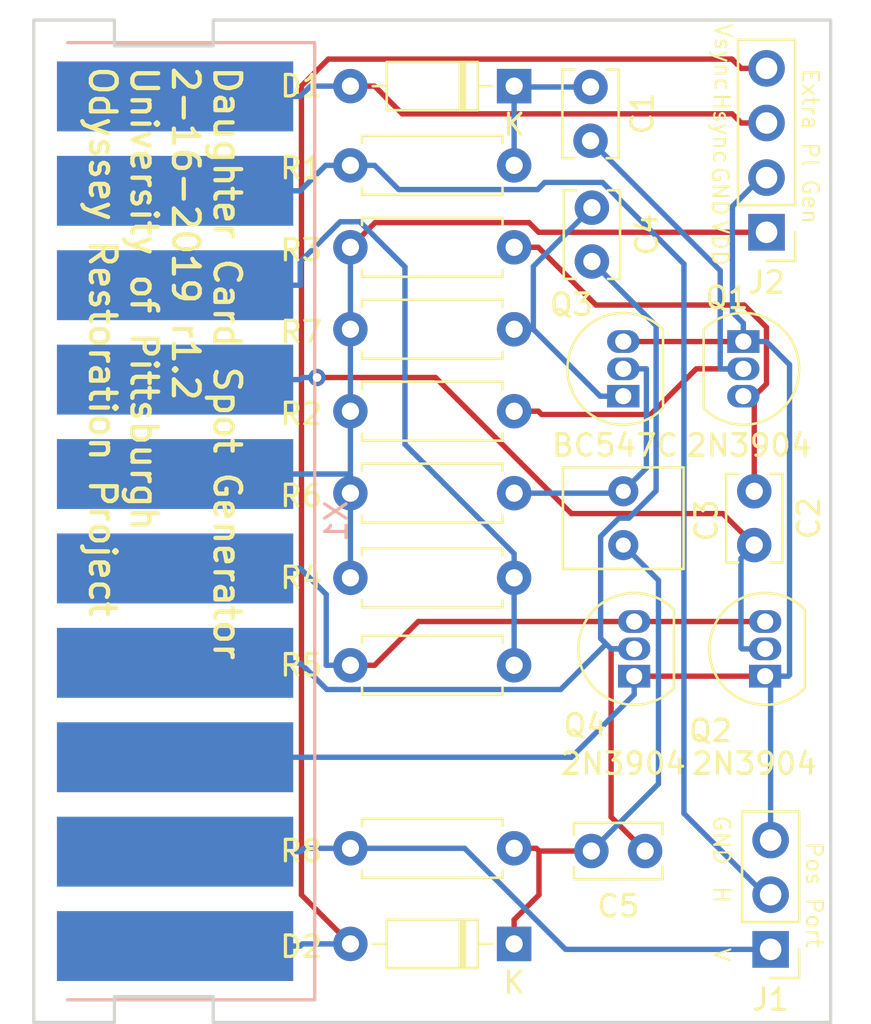
<source format=kicad_pcb>
(kicad_pcb (version 20211014) (generator pcbnew)
  (title_block (title "Odyssey Daughter Card Spot Generator") (date "2019-02-16") (rev "1.2") (company "University of Pittsburgh - Odyssey Restoration Project") (comment 1 "Levi Burner"))
  (layers (0 "F.Cu" signal) (31 "B.Cu" signal) (34 "B.Paste" user) (35 "F.Paste" user) (36 "B.SilkS" user "B.Silkscreen") (37 "F.SilkS" user "F.Silkscreen") (38 "B.Mask" user) (39 "F.Mask" user) (44 "Edge.Cuts" user))
  (net 0 "")
  (net 1 "Net-(C1-Pad1)")
  (net 2 "Net-(C1-Pad2)")
  (net 3 "Net-(C2-Pad2)")
  (net 4 "/Card7")
  (net 5 "Net-(C3-Pad1)")
  (net 6 "Net-(C3-Pad2)")
  (net 7 "Net-(C4-Pad1)")
  (net 8 "/Card4")
  (net 9 "/Card10")
  (net 10 "/Card1")
  (net 11 "GND")
  (net 12 "/Card5")
  (net 13 "/Card9")
  (net 14 "/Card6")
  (net 15 "/Card8")
  (net 16 "/Card2")
  (footprint "Odyssey_Daughter_Card:Odyssey_Daughter_Card" (layer "F.Cu") (at 129 101)
    (fp_text reference "X1" (at 7.5 0 90) (layer "B.SilkS") (effects (justify mirror)))
    (fp_text value "OdysseyDaughterCard")
    (fp_line (start 6.5 -22.25) (end 6.5 22.25) (layer "B.SilkS") (width 0.15))
    (fp_line (start -5 -22.25) (end 6.5 -22.25) (layer "B.SilkS") (width 0.15))
    (fp_line (start 6.5 22.25) (end -5 22.25) (layer "B.SilkS") (width 0.15))
    (pad "1" smd rect locked (at 0 19.749992) (size 11 3.25) (layers "B.Cu" "B.Mask") (net 10 "/Card1"))
    (pad "2" smd rect locked (at 0 15.361104) (size 11 3.25) (layers "B.Cu" "B.Mask") (net 16 "/Card2"))
    (pad "3" smd rect locked (at 0 10.972216) (size 11 3.25) (layers "B.Cu" "B.Mask") (net 11 "GND"))
    (pad "4" smd rect locked (at 0 6.583328) (size 11 3.25) (layers "B.Cu" "B.Mask") (net 8 "/Card4"))
    (pad "5" smd rect locked (at 0 2.19444) (size 11 3.25) (layers "B.Cu" "B.Mask") (net 12 "/Card5"))
    (pad "6" smd rect locked (at 0 -2.194448) (size 11 3.25) (layers "B.Cu" "B.Mask") (net 14 "/Card6"))
    (pad "7" smd rect locked (at 0 -6.583336) (size 11 3.25) (layers "B.Cu" "B.Mask") (net 4 "/Card7"))
    (pad "8" smd rect locked (at 0 -10.972224) (size 11 3.25) (layers "B.Cu" "B.Mask") (net 15 "/Card8"))
    (pad "9" smd rect locked (at 0 -15.361112) (size 11 3.25) (layers "B.Cu" "B.Mask") (net 13 "/Card9"))
    (pad "10" smd rect locked (at 0 -19.75) (size 11 3.25) (layers "B.Cu" "B.Mask") (net 9 "/Card10"))
  )
  (footprint "Capacitor_THT:C_Rect_L4.0mm_W2.5mm_P2.50mm" (layer "F.Cu") (at 148.336 83.312 90)
    (fp_text reference "C1" (at 1.27 2.413 90) (layer "F.SilkS"))
    (fp_text value "1500p")
    (fp_line (start 3.31 -1.31) (end 3.31 -0.75) (layer "F.SilkS") (width 0.12))
    (fp_line (start -0.81 -1.31) (end -0.81 -0.75) (layer "F.SilkS") (width 0.12))
    (fp_line (start -0.81 -1.31) (end 3.31 -1.31) (layer "F.SilkS") (width 0.12))
    (fp_line (start -0.81 0.75) (end -0.81 1.31) (layer "F.SilkS") (width 0.12))
    (fp_line (start 3.31 0.75) (end 3.31 1.31) (layer "F.SilkS") (width 0.12))
    (fp_line (start -0.81 1.31) (end 3.31 1.31) (layer "F.SilkS") (width 0.12))
    (pad "1" thru_hole circle locked (at 0 0 90) (size 1.6 1.6) (drill 0.8) (layers *.Cu *.Mask) (net 1 "Net-(C1-Pad1)"))
    (pad "2" thru_hole circle locked (at 2.5 0 90) (size 1.6 1.6) (drill 0.8) (layers *.Cu *.Mask) (net 2 "Net-(C1-Pad2)"))
  )
  (footprint "Capacitor_THT:C_Rect_L4.0mm_W2.5mm_P2.50mm" (layer "F.Cu") (at 155.956 102.108 90)
    (fp_text reference "C2" (at 1.25 2.54 90) (layer "F.SilkS"))
    (fp_text value "120p")
    (fp_line (start -0.81 -1.31) (end 3.31 -1.31) (layer "F.SilkS") (width 0.12))
    (fp_line (start -0.81 -1.31) (end -0.81 -0.75) (layer "F.SilkS") (width 0.12))
    (fp_line (start -0.81 0.75) (end -0.81 1.31) (layer "F.SilkS") (width 0.12))
    (fp_line (start -0.81 1.31) (end 3.31 1.31) (layer "F.SilkS") (width 0.12))
    (fp_line (start 3.31 -1.31) (end 3.31 -0.75) (layer "F.SilkS") (width 0.12))
    (fp_line (start 3.31 0.75) (end 3.31 1.31) (layer "F.SilkS") (width 0.12))
    (pad "1" thru_hole circle locked (at 0 0 90) (size 1.6 1.6) (drill 0.8) (layers *.Cu *.Mask) (net 4 "/Card7"))
    (pad "2" thru_hole circle locked (at 2.5 0 90) (size 1.6 1.6) (drill 0.8) (layers *.Cu *.Mask) (net 3 "Net-(C2-Pad2)"))
  )
  (footprint "Capacitor_THT:C_Rect_L4.6mm_W5.5mm_P2.50mm_MKS02_FKP02" (layer "F.Cu") (at 149.86 102.108 90)
    (fp_text reference "C3" (at 1.143 3.8735 90) (layer "F.SilkS"))
    (fp_text value "0.15u")
    (fp_line (start -1.11 2.81) (end 3.61 2.81) (layer "F.SilkS") (width 0.12))
    (fp_line (start -1.11 -2.81) (end -1.11 2.81) (layer "F.SilkS") (width 0.12))
    (fp_line (start 3.61 -2.81) (end 3.61 2.81) (layer "F.SilkS") (width 0.12))
    (fp_line (start -1.11 -2.81) (end 3.61 -2.81) (layer "F.SilkS") (width 0.12))
    (pad "1" thru_hole circle locked (at 0 0 90) (size 1.4 1.4) (drill 0.7) (layers *.Cu *.Mask) (net 5 "Net-(C3-Pad1)"))
    (pad "2" thru_hole circle locked (at 2.5 0 90) (size 1.4 1.4) (drill 0.7) (layers *.Cu *.Mask) (net 6 "Net-(C3-Pad2)"))
  )
  (footprint "Capacitor_THT:C_Rect_L4.0mm_W2.5mm_P2.50mm" (layer "F.Cu") (at 148.4 86.4235 -90)
    (fp_text reference "C4" (at 1.25 -2.56 -90) (layer "F.SilkS"))
    (fp_text value "0.1u")
    (fp_line (start -0.81 1.31) (end 3.31 1.31) (layer "F.SilkS") (width 0.12))
    (fp_line (start 3.31 0.75) (end 3.31 1.31) (layer "F.SilkS") (width 0.12))
    (fp_line (start 3.31 -1.31) (end 3.31 -0.75) (layer "F.SilkS") (width 0.12))
    (fp_line (start -0.81 -1.31) (end 3.31 -1.31) (layer "F.SilkS") (width 0.12))
    (fp_line (start -0.81 0.75) (end -0.81 1.31) (layer "F.SilkS") (width 0.12))
    (fp_line (start -0.81 -1.31) (end -0.81 -0.75) (layer "F.SilkS") (width 0.12))
    (pad "1" thru_hole circle locked (at 0 0 270) (size 1.6 1.6) (drill 0.8) (layers *.Cu *.Mask) (net 7 "Net-(C4-Pad1)"))
    (pad "2" thru_hole circle locked (at 2.5 0 270) (size 1.6 1.6) (drill 0.8) (layers *.Cu *.Mask) (net 8 "/Card4"))
  )
  (footprint "Capacitor_THT:C_Rect_L4.0mm_W2.5mm_P2.50mm" (layer "F.Cu") (at 150.876 116.332 180)
    (fp_text reference "C5" (at 1.25 -2.56 180) (layer "F.SilkS"))
    (fp_text value "0.01u")
    (fp_line (start 3.31 -1.31) (end 3.31 -0.75) (layer "F.SilkS") (width 0.12))
    (fp_line (start -0.81 -1.31) (end 3.31 -1.31) (layer "F.SilkS") (width 0.12))
    (fp_line (start -0.81 0.75) (end -0.81 1.31) (layer "F.SilkS") (width 0.12))
    (fp_line (start -0.81 1.31) (end 3.31 1.31) (layer "F.SilkS") (width 0.12))
    (fp_line (start -0.81 -1.31) (end -0.81 -0.75) (layer "F.SilkS") (width 0.12))
    (fp_line (start 3.31 0.75) (end 3.31 1.31) (layer "F.SilkS") (width 0.12))
    (pad "1" thru_hole circle locked (at 0 0 180) (size 1.6 1.6) (drill 0.8) (layers *.Cu *.Mask) (net 8 "/Card4"))
    (pad "2" thru_hole circle locked (at 2.5 0 180) (size 1.6 1.6) (drill 0.8) (layers *.Cu *.Mask) (net 5 "Net-(C3-Pad1)"))
  )
  (footprint "Diode_THT:D_DO-35_SOD27_P7.62mm_Horizontal" (layer "F.Cu") (at 144.78 80.772 180)
    (fp_text reference "D1" (at 9.906 0 180) (layer "F.SilkS"))
    (fp_text value "1N4448")
    (fp_text user "K" (at 0 -1.8 180) (layer "F.SilkS"))
    (fp_line (start 2.29 -1.12) (end 2.29 1.12) (layer "F.SilkS") (width 0.12))
    (fp_line (start 1.04 0) (end 1.69 0) (layer "F.SilkS") (width 0.12))
    (fp_line (start 5.93 1.12) (end 5.93 -1.12) (layer "F.SilkS") (width 0.12))
    (fp_line (start 1.69 -1.12) (end 1.69 1.12) (layer "F.SilkS") (width 0.12))
    (fp_line (start 6.58 0) (end 5.93 0) (layer "F.SilkS") (width 0.12))
    (fp_line (start 2.41 -1.12) (end 2.41 1.12) (layer "F.SilkS") (width 0.12))
    (fp_line (start 1.69 1.12) (end 5.93 1.12) (layer "F.SilkS") (width 0.12))
    (fp_line (start 2.53 -1.12) (end 2.53 1.12) (layer "F.SilkS") (width 0.12))
    (fp_line (start 5.93 -1.12) (end 1.69 -1.12) (layer "F.SilkS") (width 0.12))
    (pad "1" thru_hole rect locked (at 0 0 180) (size 1.6 1.6) (drill 0.8) (layers *.Cu *.Mask) (net 2 "Net-(C1-Pad2)"))
    (pad "2" thru_hole oval locked (at 7.62 0 180) (size 1.6 1.6) (drill 0.8) (layers *.Cu *.Mask) (net 9 "/Card10"))
  )
  (footprint "Diode_THT:D_DO-35_SOD27_P7.62mm_Horizontal" (layer "F.Cu") (at 144.78 120.65 180)
    (fp_text reference "D2" (at 9.906 -0.127 180) (layer "F.SilkS"))
    (fp_text value "1N4448")
    (fp_text user "K" (at 0 -1.8 180) (layer "F.SilkS"))
    (fp_line (start 5.93 -1.12) (end 1.69 -1.12) (layer "F.SilkS") (width 0.12))
    (fp_line (start 2.41 -1.12) (end 2.41 1.12) (layer "F.SilkS") (width 0.12))
    (fp_line (start 1.04 0) (end 1.69 0) (layer "F.SilkS") (width 0.12))
    (fp_line (start 5.93 1.12) (end 5.93 -1.12) (layer "F.SilkS") (width 0.12))
    (fp_line (start 2.29 -1.12) (end 2.29 1.12) (layer "F.SilkS") (width 0.12))
    (fp_line (start 1.69 -1.12) (end 1.69 1.12) (layer "F.SilkS") (width 0.12))
    (fp_line (start 6.58 0) (end 5.93 0) (layer "F.SilkS") (width 0.12))
    (fp_line (start 1.69 1.12) (end 5.93 1.12) (layer "F.SilkS") (width 0.12))
    (fp_line (start 2.53 -1.12) (end 2.53 1.12) (layer "F.SilkS") (width 0.12))
    (pad "1" thru_hole rect locked (at 0 0 180) (size 1.6 1.6) (drill 0.8) (layers *.Cu *.Mask) (net 5 "Net-(C3-Pad1)"))
    (pad "2" thru_hole oval locked (at 7.62 0 180) (size 1.6 1.6) (drill 0.8) (layers *.Cu *.Mask) (net 10 "/Card1"))
  )
  (footprint "Package_TO_SOT_THT:TO-92_Inline" (layer "F.Cu") (at 155.448 92.6465 -90)
    (fp_text reference "Q1" (at -2.032 0.762) (layer "F.SilkS"))
    (fp_text value "2N3904" (at 4.826 -0.254) (layer "F.SilkS"))
    (fp_line (start -0.53 1.85) (end 3.07 1.85) (layer "F.SilkS") (width 0.12))
    (fp_arc (start -0.568478 1.838478) (mid -1.132087 -0.994977) (end 1.27 -2.6) (layer "F.SilkS") (width 0.12))
    (fp_arc (start 1.27 -2.6) (mid 3.672087 -0.994977) (end 3.108478 1.838478) (layer "F.SilkS") (width 0.12))
    (pad "1" thru_hole rect locked (at 0 0 270) (size 1.05 1.5) (drill 0.75) (layers *.Cu *.Mask) (net 11 "GND"))
    (pad "2" thru_hole oval locked (at 1.27 0 270) (size 1.05 1.5) (drill 0.75) (layers *.Cu *.Mask) (net 1 "Net-(C1-Pad1)"))
    (pad "3" thru_hole oval locked (at 2.54 0 270) (size 1.05 1.5) (drill 0.75) (layers *.Cu *.Mask) (net 3 "Net-(C2-Pad2)"))
  )
  (footprint "Package_TO_SOT_THT:TO-92_Inline" (layer "F.Cu") (at 156.464 108.204 90)
    (fp_text reference "Q2" (at -2.54 -2.54 180) (layer "F.SilkS"))
    (fp_text value "2N3904" (at -4.064 -0.508 180) (layer "F.SilkS"))
    (fp_line (start -0.53 1.85) (end 3.07 1.85) (layer "F.SilkS") (width 0.12))
    (fp_arc (start 1.27 -2.6) (mid 3.672087 -0.994977) (end 3.108478 1.838478) (layer "F.SilkS") (width 0.12))
    (fp_arc (start -0.568478 1.838478) (mid -1.132087 -0.994977) (end 1.27 -2.6) (layer "F.SilkS") (width 0.12))
    (pad "1" thru_hole rect locked (at 0 0 90) (size 1.05 1.5) (drill 0.75) (layers *.Cu *.Mask) (net 11 "GND"))
    (pad "2" thru_hole oval locked (at 1.27 0 90) (size 1.05 1.5) (drill 0.75) (layers *.Cu *.Mask) (net 4 "/Card7"))
    (pad "3" thru_hole oval locked (at 2.54 0 90) (size 1.05 1.5) (drill 0.75) (layers *.Cu *.Mask) (net 12 "/Card5"))
  )
  (footprint "Package_TO_SOT_THT:TO-92_Inline" (layer "F.Cu") (at 149.86 95.1865 90)
    (fp_text reference "Q3" (at 4.2545 -2.413 180) (layer "F.SilkS"))
    (fp_text value "BC547C" (at -2.286 -0.381 180) (layer "F.SilkS"))
    (fp_line (start -0.53 1.85) (end 3.07 1.85) (layer "F.SilkS") (width 0.12))
    (fp_arc (start 1.27 -2.6) (mid 3.672087 -0.994977) (end 3.108478 1.838478) (layer "F.SilkS") (width 0.12))
    (fp_arc (start -0.568478 1.838478) (mid -1.132087 -0.994977) (end 1.27 -2.6) (layer "F.SilkS") (width 0.12))
    (pad "1" thru_hole rect locked (at 0 0 90) (size 1.05 1.5) (drill 0.75) (layers *.Cu *.Mask) (net 7 "Net-(C4-Pad1)"))
    (pad "2" thru_hole oval locked (at 1.27 0 90) (size 1.05 1.5) (drill 0.75) (layers *.Cu *.Mask) (net 6 "Net-(C3-Pad2)"))
    (pad "3" thru_hole oval locked (at 2.54 0 90) (size 1.05 1.5) (drill 0.75) (layers *.Cu *.Mask) (net 11 "GND"))
  )
  (footprint "Resistor_THT:R_Axial_DIN0207_L6.3mm_D2.5mm_P7.62mm_Horizontal" (layer "F.Cu") (at 144.78 84.455 180)
    (fp_text reference "R1" (at 9.906 -0.127 180) (layer "F.SilkS"))
    (fp_text value "10k")
    (fp_line (start 0.54 -1.37) (end 7.08 -1.37) (layer "F.SilkS") (width 0.12))
    (fp_line (start 0.54 1.37) (end 7.08 1.37) (layer "F.SilkS") (width 0.12))
    (fp_line (start 0.54 -1.04) (end 0.54 -1.37) (layer "F.SilkS") (width 0.12))
    (fp_line (start 0.54 1.04) (end 0.54 1.37) (layer "F.SilkS") (width 0.12))
    (fp_line (start 7.08 1.37) (end 7.08 1.04) (layer "F.SilkS") (width 0.12))
    (fp_line (start 7.08 -1.37) (end 7.08 -1.04) (layer "F.SilkS") (width 0.12))
    (pad "1" thru_hole circle locked (at 0 0 180) (size 1.6 1.6) (drill 0.8) (layers *.Cu *.Mask) (net 2 "Net-(C1-Pad2)"))
    (pad "2" thru_hole oval locked (at 7.62 0 180) (size 1.6 1.6) (drill 0.8) (layers *.Cu *.Mask) (net 13 "/Card9"))
  )
  (footprint "Resistor_THT:R_Axial_DIN0207_L6.3mm_D2.5mm_P7.62mm_Horizontal" (layer "F.Cu") (at 137.16 95.885)
    (fp_text reference "R2" (at -2.286 0.127) (layer "F.SilkS"))
    (fp_text value "100K")
    (fp_line (start 0.54 -1.04) (end 0.54 -1.37) (layer "F.SilkS") (width 0.12))
    (fp_line (start 7.08 1.37) (end 7.08 1.04) (layer "F.SilkS") (width 0.12))
    (fp_line (start 7.08 -1.37) (end 7.08 -1.04) (layer "F.SilkS") (width 0.12))
    (fp_line (start 0.54 1.04) (end 0.54 1.37) (layer "F.SilkS") (width 0.12))
    (fp_line (start 0.54 1.37) (end 7.08 1.37) (layer "F.SilkS") (width 0.12))
    (fp_line (start 0.54 -1.37) (end 7.08 -1.37) (layer "F.SilkS") (width 0.12))
    (pad "1" thru_hole circle locked (at 0 0) (size 1.6 1.6) (drill 0.8) (layers *.Cu *.Mask) (net 14 "/Card6"))
    (pad "2" thru_hole oval locked (at 7.62 0) (size 1.6 1.6) (drill 0.8) (layers *.Cu *.Mask) (net 1 "Net-(C1-Pad1)"))
  )
  (footprint "Resistor_THT:R_Axial_DIN0207_L6.3mm_D2.5mm_P7.62mm_Horizontal" (layer "F.Cu") (at 137.16 88.265)
    (fp_text reference "R3" (at -2.286 0.127) (layer "F.SilkS"))
    (fp_text value "10k")
    (fp_line (start 0.54 -1.04) (end 0.54 -1.37) (layer "F.SilkS") (width 0.12))
    (fp_line (start 7.08 -1.37) (end 7.08 -1.04) (layer "F.SilkS") (width 0.12))
    (fp_line (start 0.54 1.04) (end 0.54 1.37) (layer "F.SilkS") (width 0.12))
    (fp_line (start 0.54 -1.37) (end 7.08 -1.37) (layer "F.SilkS") (width 0.12))
    (fp_line (start 7.08 1.37) (end 7.08 1.04) (layer "F.SilkS") (width 0.12))
    (fp_line (start 0.54 1.37) (end 7.08 1.37) (layer "F.SilkS") (width 0.12))
    (pad "1" thru_hole circle locked (at 0 0) (size 1.6 1.6) (drill 0.8) (layers *.Cu *.Mask) (net 14 "/Card6"))
    (pad "2" thru_hole oval locked (at 7.62 0) (size 1.6 1.6) (drill 0.8) (layers *.Cu *.Mask) (net 3 "Net-(C2-Pad2)"))
  )
  (footprint "Resistor_THT:R_Axial_DIN0207_L6.3mm_D2.5mm_P7.62mm_Horizontal" (layer "F.Cu") (at 137.16 103.632)
    (fp_text reference "R4" (at -2.286 0) (layer "F.SilkS"))
    (fp_text value "2.2k")
    (fp_line (start 7.08 1.37) (end 7.08 1.04) (layer "F.SilkS") (width 0.12))
    (fp_line (start 0.54 -1.37) (end 7.08 -1.37) (layer "F.SilkS") (width 0.12))
    (fp_line (start 7.08 -1.37) (end 7.08 -1.04) (layer "F.SilkS") (width 0.12))
    (fp_line (start 0.54 -1.04) (end 0.54 -1.37) (layer "F.SilkS") (width 0.12))
    (fp_line (start 0.54 1.37) (end 7.08 1.37) (layer "F.SilkS") (width 0.12))
    (fp_line (start 0.54 1.04) (end 0.54 1.37) (layer "F.SilkS") (width 0.12))
    (pad "1" thru_hole circle locked (at 0 0) (size 1.6 1.6) (drill 0.8) (layers *.Cu *.Mask) (net 14 "/Card6"))
    (pad "2" thru_hole oval locked (at 7.62 0) (size 1.6 1.6) (drill 0.8) (layers *.Cu *.Mask) (net 15 "/Card8"))
  )
  (footprint "Resistor_THT:R_Axial_DIN0207_L6.3mm_D2.5mm_P7.62mm_Horizontal" (layer "F.Cu") (at 144.78 107.696 180)
    (fp_text reference "R5" (at 9.906 0 180) (layer "F.SilkS"))
    (fp_text value "10k")
    (fp_line (start 0.54 1.04) (end 0.54 1.37) (layer "F.SilkS") (width 0.12))
    (fp_line (start 7.08 1.37) (end 7.08 1.04) (layer "F.SilkS") (width 0.12))
    (fp_line (start 0.54 -1.37) (end 7.08 -1.37) (layer "F.SilkS") (width 0.12))
    (fp_line (start 0.54 -1.04) (end 0.54 -1.37) (layer "F.SilkS") (width 0.12))
    (fp_line (start 7.08 -1.37) (end 7.08 -1.04) (layer "F.SilkS") (width 0.12))
    (fp_line (start 0.54 1.37) (end 7.08 1.37) (layer "F.SilkS") (width 0.12))
    (pad "1" thru_hole circle locked (at 0 0 180) (size 1.6 1.6) (drill 0.8) (layers *.Cu *.Mask) (net 15 "/Card8"))
    (pad "2" thru_hole oval locked (at 7.62 0 180) (size 1.6 1.6) (drill 0.8) (layers *.Cu *.Mask) (net 12 "/Card5"))
  )
  (footprint "Resistor_THT:R_Axial_DIN0207_L6.3mm_D2.5mm_P7.62mm_Horizontal" (layer "F.Cu") (at 144.78 99.695 180)
    (fp_text reference "R6" (at 9.906 -0.127 180) (layer "F.SilkS"))
    (fp_text value "270K")
    (fp_line (start 0.54 1.37) (end 7.08 1.37) (layer "F.SilkS") (width 0.12))
    (fp_line (start 7.08 1.37) (end 7.08 1.04) (layer "F.SilkS") (width 0.12))
    (fp_line (start 0.54 -1.37) (end 7.08 -1.37) (layer "F.SilkS") (width 0.12))
    (fp_line (start 0.54 1.04) (end 0.54 1.37) (layer "F.SilkS") (width 0.12))
    (fp_line (start 0.54 -1.04) (end 0.54 -1.37) (layer "F.SilkS") (width 0.12))
    (fp_line (start 7.08 -1.37) (end 7.08 -1.04) (layer "F.SilkS") (width 0.12))
    (pad "1" thru_hole circle locked (at 0 0 180) (size 1.6 1.6) (drill 0.8) (layers *.Cu *.Mask) (net 6 "Net-(C3-Pad2)"))
    (pad "2" thru_hole oval locked (at 7.62 0 180) (size 1.6 1.6) (drill 0.8) (layers *.Cu *.Mask) (net 14 "/Card6"))
  )
  (footprint "Resistor_THT:R_Axial_DIN0207_L6.3mm_D2.5mm_P7.62mm_Horizontal" (layer "F.Cu") (at 144.78 92.075 180)
    (fp_text reference "R7" (at 9.906 -0.127 180) (layer "F.SilkS"))
    (fp_text value "10k")
    (fp_line (start 0.54 1.04) (end 0.54 1.37) (layer "F.SilkS") (width 0.12))
    (fp_line (start 7.08 -1.37) (end 7.08 -1.04) (layer "F.SilkS") (width 0.12))
    (fp_line (start 0.54 -1.37) (end 7.08 -1.37) (layer "F.SilkS") (width 0.12))
    (fp_line (start 0.54 1.37) (end 7.08 1.37) (layer "F.SilkS") (width 0.12))
    (fp_line (start 7.08 1.37) (end 7.08 1.04) (layer "F.SilkS") (width 0.12))
    (fp_line (start 0.54 -1.04) (end 0.54 -1.37) (layer "F.SilkS") (width 0.12))
    (pad "1" thru_hole circle locked (at 0 0 180) (size 1.6 1.6) (drill 0.8) (layers *.Cu *.Mask) (net 7 "Net-(C4-Pad1)"))
    (pad "2" thru_hole oval locked (at 7.62 0 180) (size 1.6 1.6) (drill 0.8) (layers *.Cu *.Mask) (net 14 "/Card6"))
  )
  (footprint "Resistor_THT:R_Axial_DIN0207_L6.3mm_D2.5mm_P7.62mm_Horizontal" (layer "F.Cu") (at 144.78 116.205 180)
    (fp_text reference "R8" (at 9.906 -0.127 180) (layer "F.SilkS"))
    (fp_text value "10k")
    (fp_line (start 7.08 1.37) (end 7.08 1.04) (layer "F.SilkS") (width 0.12))
    (fp_line (start 0.54 -1.04) (end 0.54 -1.37) (layer "F.SilkS") (width 0.12))
    (fp_line (start 0.54 1.37) (end 7.08 1.37) (layer "F.SilkS") (width 0.12))
    (fp_line (start 7.08 -1.37) (end 7.08 -1.04) (layer "F.SilkS") (width 0.12))
    (fp_line (start 0.54 -1.37) (end 7.08 -1.37) (layer "F.SilkS") (width 0.12))
    (fp_line (start 0.54 1.04) (end 0.54 1.37) (layer "F.SilkS") (width 0.12))
    (pad "1" thru_hole circle locked (at 0 0 180) (size 1.6 1.6) (drill 0.8) (layers *.Cu *.Mask) (net 5 "Net-(C3-Pad1)"))
    (pad "2" thru_hole oval locked (at 7.62 0 180) (size 1.6 1.6) (drill 0.8) (layers *.Cu *.Mask) (net 16 "/Card2"))
  )
  (footprint "Package_TO_SOT_THT:TO-92_Inline" (layer "F.Cu") (at 150.368 108.204 90)
    (fp_text reference "Q4" (at -2.286 -2.286 180) (layer "F.SilkS"))
    (fp_text value "2N3904" (at -4.064 -0.508) (layer "F.SilkS"))
    (fp_line (start -0.53 1.85) (end 3.07 1.85) (layer "F.SilkS") (width 0.12))
    (fp_arc (start 1.27 -2.6) (mid 3.672087 -0.994977) (end 3.108478 1.838478) (layer "F.SilkS") (width 0.12))
    (fp_arc (start -0.568478 1.838478) (mid -1.132087 -0.994977) (end 1.27 -2.6) (layer "F.SilkS") (width 0.12))
    (pad "1" thru_hole rect locked (at 0 0 90) (size 1.05 1.5) (drill 0.75) (layers *.Cu *.Mask) (net 11 "GND"))
    (pad "2" thru_hole oval locked (at 1.27 0 90) (size 1.05 1.5) (drill 0.75) (layers *.Cu *.Mask) (net 8 "/Card4"))
    (pad "3" thru_hole oval locked (at 2.54 0 90) (size 1.05 1.5) (drill 0.75) (layers *.Cu *.Mask) (net 12 "/Card5"))
  )
  (footprint "Connector_PinHeader_2.54mm:PinHeader_1x03_P2.54mm_Vertical" (layer "F.Cu") (at 156.718 120.904 180)
    (fp_text reference "J1" (at 0 -2.33 180) (layer "F.SilkS"))
    (fp_text value "Conn_01x03")
    (fp_line (start -1.33 -1.33) (end 0 -1.33) (layer "F.SilkS") (width 0.12))
    (fp_line (start -1.33 0) (end -1.33 -1.33) (layer "F.SilkS") (width 0.12))
    (fp_line (start -1.33 1.27) (end 1.33 1.27) (layer "F.SilkS") (width 0.12))
    (fp_line (start 1.33 1.27) (end 1.33 6.41) (layer "F.SilkS") (width 0.12))
    (fp_line (start -1.33 6.41) (end 1.33 6.41) (layer "F.SilkS") (width 0.12))
    (fp_line (start -1.33 1.27) (end -1.33 6.41) (layer "F.SilkS") (width 0.12))
    (pad "1" thru_hole rect locked (at 0 0 180) (size 1.7 1.7) (drill 1) (layers *.Cu *.Mask) (net 16 "/Card2"))
    (pad "2" thru_hole oval locked (at 0 2.54 180) (size 1.7 1.7) (drill 1) (layers *.Cu *.Mask) (net 13 "/Card9"))
    (pad "3" thru_hole oval locked (at 0 5.08 180) (size 1.7 1.7) (drill 1) (layers *.Cu *.Mask) (net 11 "GND"))
  )
  (footprint "Connector_PinHeader_2.54mm:PinHeader_1x04_P2.54mm_Vertical" (layer "F.Cu") (at 156.528 87.5665 180)
    (fp_text reference "J2" (at 0 -2.33 180) (layer "F.SilkS"))
    (fp_text value "Conn_01x04")
    (fp_line (start -1.33 0) (end -1.33 -1.33) (layer "F.SilkS") (width 0.12))
    (fp_line (start -1.33 8.95) (end 1.33 8.95) (layer "F.SilkS") (width 0.12))
    (fp_line (start -1.33 -1.33) (end 0 -1.33) (layer "F.SilkS") (width 0.12))
    (fp_line (start 1.33 1.27) (end 1.33 8.95) (layer "F.SilkS") (width 0.12))
    (fp_line (start -1.33 1.27) (end -1.33 8.95) (layer "F.SilkS") (width 0.12))
    (fp_line (start -1.33 1.27) (end 1.33 1.27) (layer "F.SilkS") (width 0.12))
    (pad "1" thru_hole rect locked (at 0 0 180) (size 1.7 1.7) (drill 1) (layers *.Cu *.Mask) (net 14 "/Card6"))
    (pad "2" thru_hole oval locked (at 0 2.54 180) (size 1.7 1.7) (drill 1) (layers *.Cu *.Mask) (net 11 "GND"))
    (pad "3" thru_hole oval locked (at 0 5.08 180) (size 1.7 1.7) (drill 1) (layers *.Cu *.Mask) (net 9 "/Card10"))
    (pad "4" thru_hole oval locked (at 0 7.62 180) (size 1.7 1.7) (drill 1) (layers *.Cu *.Mask) (net 10 "/Card1"))
  )
  (gr_line (start 126.175 78.9) (end 126.175 77.7) (layer "Edge.Cuts") (width 0.15))
  (gr_line (start 130.775 124.3) (end 159.512 124.3) (layer "Edge.Cuts") (width 0.15))
  (gr_line (start 126.175 123.1) (end 130.775 123.1) (layer "Edge.Cuts") (width 0.15))
  (gr_line (start 130.775 77.7) (end 130.775 78.9) (layer "Edge.Cuts") (width 0.15))
  (gr_line (start 159.512 77.7) (end 159.512 124.3) (layer "Edge.Cuts") (width 0.15))
  (gr_line (start 122.425 124.3) (end 126.175 124.3) (layer "Edge.Cuts") (width 0.15))
  (gr_line (start 126.175 77.7) (end 122.425 77.7) (layer "Edge.Cuts") (width 0.15))
  (gr_line (start 122.425 124.3) (end 122.425 77.7) (layer "Edge.Cuts") (width 0.15))
  (gr_line (start 159.512 77.7) (end 130.775 77.7) (layer "Edge.Cuts") (width 0.15))
  (gr_line (start 130.775 78.9) (end 126.175 78.9) (layer "Edge.Cuts") (width 0.15))
  (gr_line (start 130.775 123.1) (end 130.775 124.3) (layer "Edge.Cuts") (width 0.15))
  (gr_line (start 126.175 124.3) (end 126.175 123.1) (layer "Edge.Cuts") (width 0.15))
  (gr_text "GND" (at 154.432 115.824 270) (layer "F.SilkS") (effects (font (size 0.75 0.75) (thickness 0.1))))
  (gr_text "V" (at 154.432 121.158 270) (layer "F.SilkS") (effects (font (size 0.75 0.75) (thickness 0.1))))
  (gr_text "Extra Pl Gen" (at 158.5595 83.566 270) (layer "F.SilkS") (effects (font (size 0.75 0.75) (thickness 0.1))))
  (gr_text "Vsync" (at 154.4955 79.4385 270) (layer "F.SilkS") (effects (font (size 0.75 0.75) (thickness 0.1))))
  (gr_text "Hsync" (at 154.432 82.7405 270) (layer "F.SilkS") (effects (font (size 0.75 0.75) (thickness 0.1))))
  (gr_text "GND" (at 154.3685 85.6615 270) (layer "F.SilkS") (effects (font (size 0.75 0.75) (thickness 0.1))))
  (gr_text "VDD" (at 154.3685 88.0745 270) (layer "F.SilkS") (effects (font (size 0.75 0.75) (thickness 0.1))))
  (gr_text "Daughter Card Spot Generator\n2-16-2019 r1.2\nUniversity of Pittsburgh\nOdyssey Restoration Project" (at 128.524 79.756 -90) (layer "F.SilkS") (effects (font (size 1.2 1.2) (thickness 0.2)) (justify left)))
  (gr_text "H" (at 154.432 118.364 270) (layer "F.SilkS") (effects (font (size 0.75 0.75) (thickness 0.1))))
  (gr_text "Pos Port" (at 158.75 118.364 270) (layer "F.SilkS") (effects (font (size 0.75 0.75) (thickness 0.1))))
  (segment (start 153.2567 93.9165) (end 155.448 93.9165) (width 0.25) (layer "F.Cu") (net 1))
  (segment (start 151.1364 96.0368) (end 153.2567 93.9165) (width 0.25) (layer "F.Cu") (net 1))
  (segment (start 146.0571 96.0368) (end 151.1364 96.0368) (width 0.25) (layer "F.Cu") (net 1))
  (segment (start 144.78 95.885) (end 145.9053 95.885) (width 0.25) (layer "F.Cu") (net 1))
  (segment (start 145.9053 95.885) (end 146.0571 96.0368) (width 0.25) (layer "F.Cu") (net 1))
  (segment (start 155.448 93.9165) (end 154.3727 93.9165) (width 0.25) (layer "B.Cu") (net 1))
  (segment (start 154.3727 89.3487) (end 148.336 83.312) (width 0.25) (layer "B.Cu") (net 1))
  (segment (start 154.3727 93.9165) (end 154.3727 89.3487) (width 0.25) (layer "B.Cu") (net 1))
  (segment (start 144.78 80.812) (end 148.336 80.812) (width 0.25) (layer "B.Cu") (net 2))
  (segment (start 144.78 84.455) (end 144.78 80.812) (width 0.25) (layer "B.Cu") (net 2))
  (segment (start 144.78 80.812) (end 144.78 80.772) (width 0.25) (layer "B.Cu") (net 2))
  (segment (start 155.956 95.1865) (end 156.5234 94.6191) (width 0.25) (layer "F.Cu") (net 3))
  (segment (start 155.956 99.608) (end 155.956 95.1865) (width 0.25) (layer "F.Cu") (net 3))
  (segment (start 144.78 88.265) (end 145.9053 88.265) (width 0.25) (layer "F.Cu") (net 3))
  (segment (start 155.487 90.9496) (end 148.5899 90.9496) (width 0.25) (layer "F.Cu") (net 3))
  (segment (start 155.448 95.1865) (end 155.956 95.1865) (width 0.25) (layer "F.Cu") (net 3))
  (segment (start 156.5234 91.986) (end 155.487 90.9496) (width 0.25) (layer "F.Cu") (net 3))
  (segment (start 148.5899 90.9496) (end 145.9053 88.265) (width 0.25) (layer "F.Cu") (net 3))
  (segment (start 156.5234 94.6191) (end 156.5234 91.986) (width 0.25) (layer "F.Cu") (net 3))
  (segment (start 154.4913 100.6433) (end 147.4442 100.6433) (width 0.25) (layer "F.Cu") (net 4))
  (segment (start 147.4442 100.6433) (end 141.1192 94.3183) (width 0.25) (layer "F.Cu") (net 4))
  (segment (start 141.1192 94.3183) (end 135.606 94.3183) (width 0.25) (layer "F.Cu") (net 4))
  (segment (start 155.956 102.108) (end 154.4913 100.6433) (width 0.25) (layer "F.Cu") (net 4))
  (via (at 135.606 94.3183) (size 0.8) (drill 0.4) (layers "F.Cu" "B.Cu") (net 4))
  (segment (start 129 94.4167) (end 134.825 94.4167) (width 0.25) (layer "B.Cu") (net 4))
  (segment (start 134.825 94.4167) (end 134.924 94.3183) (width 0.25) (layer "B.Cu") (net 4))
  (segment (start 155.3383 106.8833) (end 155.3383 102.7257) (width 0.25) (layer "B.Cu") (net 4))
  (segment (start 134.924 94.3183) (end 135.606 94.3183) (width 0.25) (layer "B.Cu") (net 4))
  (segment (start 155.389 106.934) (end 155.3383 106.8833) (width 0.25) (layer "B.Cu") (net 4))
  (segment (start 155.3383 102.7257) (end 155.956 102.108) (width 0.25) (layer "B.Cu") (net 4))
  (segment (start 156.464 106.934) (end 155.389 106.934) (width 0.25) (layer "B.Cu") (net 4))
  (segment (start 144.78 116.205) (end 145.81 116.205) (width 0.25) (layer "F.Cu") (net 5))
  (segment (start 145.81 116.205) (end 145.937 116.332) (width 0.25) (layer "F.Cu") (net 5))
  (segment (start 145.937 118.368) (end 145.937 116.332) (width 0.25) (layer "F.Cu") (net 5))
  (segment (start 145.937 116.332) (end 148.376 116.332) (width 0.25) (layer "F.Cu") (net 5))
  (segment (start 144.78 120.65) (end 144.78 119.525) (width 0.25) (layer "F.Cu") (net 5))
  (segment (start 144.78 119.525) (end 145.937 118.368) (width 0.25) (layer "F.Cu") (net 5))
  (segment (start 151.443 113.265) (end 151.4972 113.2108) (width 0.25) (layer "B.Cu") (net 5))
  (segment (start 151.4972 113.2108) (end 151.4972 103.7452) (width 0.25) (layer "B.Cu") (net 5))
  (segment (start 151.4972 103.7452) (end 149.86 102.108) (width 0.25) (layer "B.Cu") (net 5))
  (segment (start 151.443 113.265) (end 148.376 116.332) (width 0.25) (layer "B.Cu") (net 5))
  (segment (start 144.78 99.695) (end 149.773 99.695) (width 0.25) (layer "B.Cu") (net 6))
  (segment (start 149.86 93.9165) (end 150.9353 93.9165) (width 0.25) (layer "B.Cu") (net 6))
  (segment (start 150.9353 98.5327) (end 149.86 99.608) (width 0.25) (layer "B.Cu") (net 6))
  (segment (start 150.9353 93.9165) (end 150.9353 98.5327) (width 0.25) (layer "B.Cu") (net 6))
  (segment (start 149.773 99.695) (end 149.86 99.608) (width 0.25) (layer "B.Cu") (net 6))
  (segment (start 145.6732 92.075) (end 145.6732 89.1503) (width 0.25) (layer "B.Cu") (net 7))
  (segment (start 149.86 95.1865) (end 148.7847 95.1865) (width 0.25) (layer "B.Cu") (net 7))
  (segment (start 144.78 92.075) (end 145.6732 92.075) (width 0.25) (layer "B.Cu") (net 7))
  (segment (start 145.6732 89.1503) (end 148.4 86.4235) (width 0.25) (layer "B.Cu") (net 7))
  (segment (start 145.6732 92.075) (end 148.7847 95.1865) (width 0.25) (layer "B.Cu") (net 7))
  (segment (start 149.293 106.934) (end 149.293 114.749) (width 0.25) (layer "F.Cu") (net 8))
  (segment (start 150.368 106.934) (end 149.293 106.934) (width 0.25) (layer "F.Cu") (net 8))
  (segment (start 149.293 114.749) (end 150.876 116.332) (width 0.25) (layer "F.Cu") (net 8))
  (segment (start 149.062 106.704) (end 148.947 106.5885) (width 0.25) (layer "B.Cu") (net 8))
  (segment (start 148.947 106.5885) (end 148.832 106.473) (width 0.25) (layer "B.Cu") (net 8))
  (segment (start 129 107.583) (end 129.0003 107.583) (width 0.25) (layer "B.Cu") (net 8))
  (segment (start 150.1164 100.858) (end 151.3881 99.5863) (width 0.25) (layer "B.Cu") (net 8))
  (segment (start 151.3881 99.5863) (end 151.3881 91.9116) (width 0.25) (layer "B.Cu") (net 8))
  (segment (start 149.6549 100.858) (end 150.1164 100.858) (width 0.25) (layer "B.Cu") (net 8))
  (segment (start 151.3881 91.9116) (end 148.4 88.9235) (width 0.25) (layer "B.Cu") (net 8))
  (segment (start 146.945 108.821) (end 149.062 106.704) (width 0.25) (layer "B.Cu") (net 8))
  (segment (start 148.806 106.4475) (end 148.806 101.7069) (width 0.25) (layer "B.Cu") (net 8))
  (segment (start 150.368 106.934) (end 149.293 106.934) (width 0.25) (layer "B.Cu") (net 8))
  (segment (start 129.0003 107.583) (end 129 107.5833) (width 0.25) (layer "B.Cu") (net 8))
  (segment (start 149.293 106.934) (end 149.062 106.704) (width 0.25) (layer "B.Cu") (net 8))
  (segment (start 129.0003 107.583) (end 134.825 107.583) (width 0.25) (layer "B.Cu") (net 8))
  (segment (start 148.806 101.7069) (end 149.6549 100.858) (width 0.25) (layer "B.Cu") (net 8))
  (segment (start 148.947 106.5885) (end 148.806 106.4475) (width 0.25) (layer "B.Cu") (net 8))
  (segment (start 134.825 107.583) (end 136.063 108.821) (width 0.25) (layer "B.Cu") (net 8))
  (segment (start 136.063 108.821) (end 146.945 108.821) (width 0.25) (layer "B.Cu") (net 8))
  (segment (start 137.16 80.772) (end 138.2853 80.772) (width 0.25) (layer "F.Cu") (net 9))
  (segment (start 138.2853 80.772) (end 139.5753 82.062) (width 0.25) (layer "F.Cu") (net 9))
  (segment (start 154.9282 82.062) (end 155.3527 82.4865) (width 0.25) (layer "F.Cu") (net 9))
  (segment (start 139.5753 82.062) (end 154.9282 82.062) (width 0.25) (layer "F.Cu") (net 9))
  (segment (start 156.528 82.4865) (end 155.3527 82.4865) (width 0.25) (layer "F.Cu") (net 9))
  (segment (start 129 81.25) (end 134.825 81.25) (width 0.25) (layer "B.Cu") (net 9))
  (segment (start 135.303 80.772) (end 137.16 80.772) (width 0.25) (layer "B.Cu") (net 9))
  (segment (start 134.825 81.25) (end 135.303 80.772) (width 0.25) (layer "B.Cu") (net 9))
  (segment (start 134.881 118.371) (end 134.881 80.7652) (width 0.25) (layer "F.Cu") (net 10))
  (segment (start 137.16 120.65) (end 134.881 118.371) (width 0.25) (layer "F.Cu") (net 10))
  (segment (start 156.528 79.9465) (end 155.3527 79.9465) (width 0.25) (layer "F.Cu") (net 10))
  (segment (start 134.881 80.7652) (end 136.1301 79.5159) (width 0.25) (layer "F.Cu") (net 10))
  (segment (start 154.9221 79.5159) (end 155.3527 79.9465) (width 0.25) (layer "F.Cu") (net 10))
  (segment (start 136.1301 79.5159) (end 154.9221 79.5159) (width 0.25) (layer "F.Cu") (net 10))
  (segment (start 134.825 120.75) (end 134.925 120.65) (width 0.25) (layer "B.Cu") (net 10))
  (segment (start 129 120.75) (end 134.825 120.75) (width 0.25) (layer "B.Cu") (net 10))
  (segment (start 134.925 120.65) (end 137.16 120.65) (width 0.25) (layer "B.Cu") (net 10))
  (segment (start 156.464 108.204) (end 150.368 108.204) (width 0.25) (layer "F.Cu") (net 11))
  (segment (start 155.448 92.6465) (end 149.86 92.6465) (width 0.25) (layer "F.Cu") (net 11))
  (segment (start 156.718 108.458) (end 156.464 108.204) (width 0.25) (layer "B.Cu") (net 11))
  (segment (start 154.94 86.36) (end 156.2735 85.0265) (width 0.25) (layer "B.Cu") (net 11))
  (segment (start 129.0002 111.972) (end 129 111.9722) (width 0.25) (layer "B.Cu") (net 11))
  (segment (start 155.448 91.7962) (end 154.94 91.2882) (width 0.25) (layer "B.Cu") (net 11))
  (segment (start 157.5973 108.1457) (end 157.5973 93.7205) (width 0.25) (layer "B.Cu") (net 11))
  (segment (start 155.448 92.6465) (end 155.448 91.7962) (width 0.25) (layer "B.Cu") (net 11))
  (segment (start 156.718 115.824) (end 156.718 108.458) (width 0.25) (layer "B.Cu") (net 11))
  (segment (start 156.464 108.204) (end 157.539 108.204) (width 0.25) (layer "B.Cu") (net 11))
  (segment (start 150.368 109.054) (end 147.45 111.972) (width 0.25) (layer "B.Cu") (net 11))
  (segment (start 155.448 92.6465) (end 156.5233 92.6465) (width 0.25) (layer "B.Cu") (net 11))
  (segment (start 147.45 111.972) (end 129.0002 111.972) (width 0.25) (layer "B.Cu") (net 11))
  (segment (start 157.5973 93.7205) (end 156.5233 92.6465) (width 0.25) (layer "B.Cu") (net 11))
  (segment (start 129.0002 111.972) (end 129 111.972) (width 0.25) (layer "B.Cu") (net 11))
  (segment (start 154.94 91.2882) (end 154.94 86.36) (width 0.25) (layer "B.Cu") (net 11))
  (segment (start 157.539 108.204) (end 157.5973 108.1457) (width 0.25) (layer "B.Cu") (net 11))
  (segment (start 150.368 108.204) (end 150.368 109.054) (width 0.25) (layer "B.Cu") (net 11))
  (segment (start 156.2735 85.0265) (end 156.528 85.0265) (width 0.25) (layer "B.Cu") (net 11))
  (segment (start 156.464 105.664) (end 150.368 105.664) (width 0.25) (layer "F.Cu") (net 12))
  (segment (start 138.285 107.696) (end 140.317 105.664) (width 0.25) (layer "F.Cu") (net 12))
  (segment (start 137.16 107.696) (end 138.285 107.696) (width 0.25) (layer "F.Cu") (net 12))
  (segment (start 140.317 105.664) (end 150.368 105.664) (width 0.25) (layer "F.Cu") (net 12))
  (segment (start 136.035 104.404) (end 136.035 107.696) (width 0.25) (layer "B.Cu") (net 12))
  (segment (start 134.825 103.194) (end 136.035 104.404) (width 0.25) (layer "B.Cu") (net 12))
  (segment (start 129 103.194) (end 129.0004 103.194) (width 0.25) (layer "B.Cu") (net 12))
  (segment (start 129.0004 103.194) (end 129 103.1944) (width 0.25) (layer "B.Cu") (net 12))
  (segment (start 129.0004 103.194) (end 134.825 103.194) (width 0.25) (layer "B.Cu") (net 12))
  (segment (start 136.035 107.696) (end 137.16 107.696) (width 0.25) (layer "B.Cu") (net 12))
  (segment (start 129 85.6389) (end 134.825 85.6389) (width 0.25) (layer "B.Cu") (net 13))
  (segment (start 152.6836 89.0408) (end 152.6836 114.5836) (width 0.25) (layer "B.Cu") (net 13))
  (segment (start 156.718 118.618) (end 156.718 118.364) (width 0.25) (layer "B.Cu") (net 13))
  (segment (start 152.6836 114.5836) (end 156.718 118.618) (width 0.25) (layer "B.Cu") (net 13))
  (segment (start 148.89 85.2472) (end 152.6836 89.0408) (width 0.25) (layer "B.Cu") (net 13))
  (segment (start 134.825 85.6389) (end 136.009 84.455) (width 0.25) (layer "B.Cu") (net 13))
  (segment (start 138.2853 84.455) (end 139.4106 85.5803) (width 0.25) (layer "B.Cu") (net 13))
  (segment (start 137.16 84.455) (end 138.2853 84.455) (width 0.25) (layer "B.Cu") (net 13))
  (segment (start 145.8731 85.5803) (end 146.2062 85.2472) (width 0.25) (layer "B.Cu") (net 13))
  (segment (start 136.009 84.455) (end 137.16 84.455) (width 0.25) (layer "B.Cu") (net 13))
  (segment (start 146.2062 85.2472) (end 148.89 85.2472) (width 0.25) (layer "B.Cu") (net 13))
  (segment (start 139.4106 85.5803) (end 145.8731 85.5803) (width 0.25) (layer "B.Cu") (net 13))
  (segment (start 138.3067 87.1183) (end 145.4748 87.1183) (width 0.25) (layer "F.Cu") (net 14))
  (segment (start 145.923 87.5665) (end 156.528 87.5665) (width 0.25) (layer "F.Cu") (net 14))
  (segment (start 137.16 88.265) (end 138.3067 87.1183) (width 0.25) (layer "F.Cu") (net 14))
  (segment (start 145.4748 87.1183) (end 145.923 87.5665) (width 0.25) (layer "F.Cu") (net 14))
  (segment (start 137.16 98.8055) (end 129 98.8055) (width 0.25) (layer "B.Cu") (net 14))
  (segment (start 137.16 88.265) (end 137.16 92.075) (width 0.25) (layer "B.Cu") (net 14))
  (segment (start 137.16 98.8055) (end 137.16 99.695) (width 0.25) (layer "B.Cu") (net 14))
  (segment (start 137.16 99.695) (end 137.16 103.632) (width 0.25) (layer "B.Cu") (net 14))
  (segment (start 137.16 95.885) (end 137.16 98.8055) (width 0.25) (layer "B.Cu") (net 14))
  (segment (start 137.16 92.075) (end 137.16 95.885) (width 0.25) (layer "B.Cu") (net 14))
  (segment (start 136.6844 87.0768) (end 137.5991 87.0768) (width 0.25) (layer "B.Cu") (net 15))
  (segment (start 134.825 90.0278) (end 134.825 88.9357) (width 0.25) (layer "B.Cu") (net 15))
  (segment (start 134.825 88.9357) (end 136.5212 87.2401) (width 0.25) (layer "B.Cu") (net 15))
  (segment (start 136.5212 87.2401) (end 136.5212 87.24) (width 0.25) (layer "B.Cu") (net 15))
  (segment (start 139.7 97.4267) (end 144.78 102.5067) (width 0.25) (layer "B.Cu") (net 15))
  (segment (start 136.5212 87.2401) (end 136.646 87.1153) (width 0.25) (layer "B.Cu") (net 15))
  (segment (start 139.7 89.1777) (end 139.7 97.4267) (width 0.25) (layer "B.Cu") (net 15))
  (segment (start 144.78 107.696) (end 144.78 103.632) (width 0.25) (layer "B.Cu") (net 15))
  (segment (start 136.5212 87.24) (end 136.6844 87.0768) (width 0.25) (layer "B.Cu") (net 15))
  (segment (start 137.5991 87.0768) (end 139.7 89.1777) (width 0.25) (layer "B.Cu") (net 15))
  (segment (start 129 90.0278) (end 134.825 90.0278) (width 0.25) (layer "B.Cu") (net 15))
  (segment (start 144.78 102.5067) (end 144.78 103.632) (width 0.25) (layer "B.Cu") (net 15))
  (segment (start 129 116.361) (end 129.0001 116.361) (width 0.25) (layer "B.Cu") (net 16))
  (segment (start 137.16 116.205) (end 142.476 116.205) (width 0.25) (layer "B.Cu") (net 16))
  (segment (start 134.981 116.205) (end 137.16 116.205) (width 0.25) (layer "B.Cu") (net 16))
  (segment (start 129.0001 116.361) (end 129 116.3611) (width 0.25) (layer "B.Cu") (net 16))
  (segment (start 142.476 116.205) (end 147.175 120.904) (width 0.25) (layer "B.Cu") (net 16))
  (segment (start 134.825 116.361) (end 134.981 116.205) (width 0.25) (layer "B.Cu") (net 16))
  (segment (start 147.175 120.904) (end 156.718 120.904) (width 0.25) (layer "B.Cu") (net 16))
  (segment (start 129.0001 116.361) (end 134.825 116.361) (width 0.25) (layer "B.Cu") (net 16))
)
</source>
